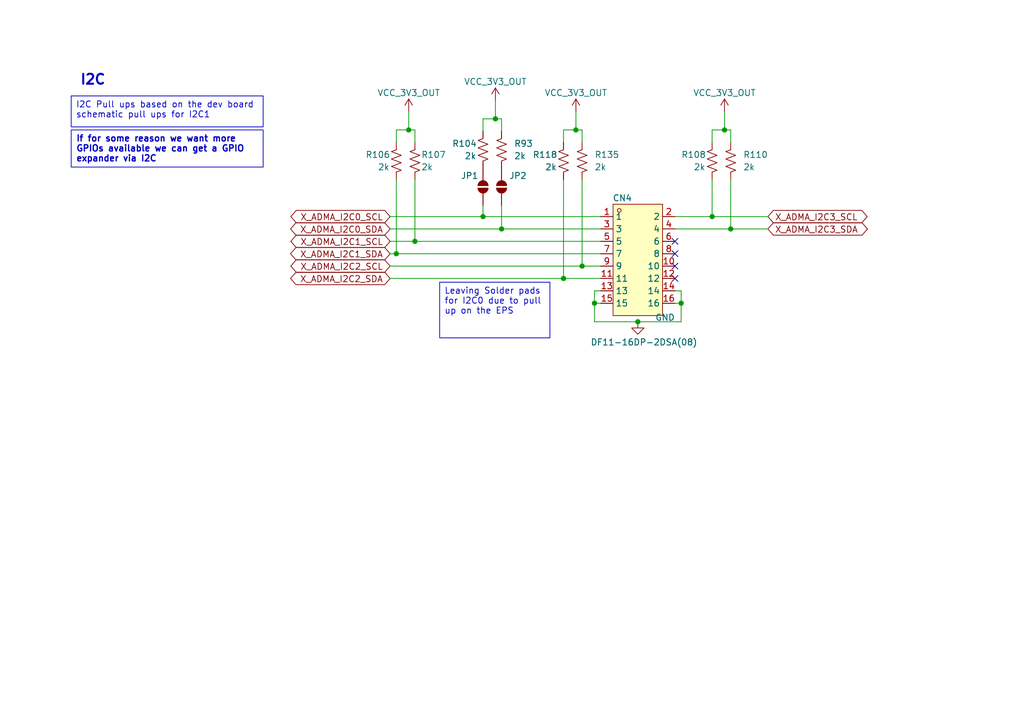
<source format=kicad_sch>
(kicad_sch (version 20250114) (generator "eeschema") (generator_version "9.0")
  (paper "A5")
  (lib_symbols
    (symbol "Device:R_US" (pin_numbers (hide yes)) (pin_names (offset 0))
      (property "Reference" "R" (at 2.54 0 90))
      (property "Value" "R_US" (at -2.54 0 90))
      (symbol "R_US_0_1"
        (polyline (pts (xy 0 2.286) (xy 0 2.54)))
        (polyline (pts (xy 0 2.286) (xy 1.016 1.905) (xy 0 1.524) (xy -1.016 1.143) (xy 0 0.762)))
        (polyline (pts (xy 0 0.762) (xy 1.016 0.381) (xy 0 0) (xy -1.016 -0.381) (xy 0 -0.762)))
        (polyline (pts (xy 0 -0.762) (xy 1.016 -1.143) (xy 0 -1.524) (xy -1.016 -1.905) (xy 0 -2.286)))
        (polyline (pts (xy 0 -2.286) (xy 0 -2.54)))
      )
      (symbol "R_US_1_1"
        (pin passive line (at 0 3.81 270) (length 1.27) (name "~") (number "1"))
        (pin passive line (at 0 -3.81 90) (length 1.27) (name "~") (number "2"))
      )
    )
    (symbol "Jumper:SolderJumper_2_Open" (pin_numbers (hide yes)) (pin_names (offset 0) (hide yes)) (exclude_from_sim yes) (in_bom no)
      (property "Reference" "JP" (at 0 2.032 0))
      (property "Value" "SolderJumper_2_Open" (at 0 -2.54 0))
      (symbol "SolderJumper_2_Open_0_1"
        (polyline (pts (xy -0.254 1.016) (xy -0.254 -1.016)))
        (arc (start -0.254 -1.016) (mid -1.2656 0) (end -0.254 1.016))
        (arc (start -0.254 -1.016) (mid -1.2656 0) (end -0.254 1.016) (fill (type outline)))
        (arc (start 0.254 1.016) (mid 1.2656 0) (end 0.254 -1.016))
        (arc (start 0.254 1.016) (mid 1.2656 0) (end 0.254 -1.016) (fill (type outline)))
        (polyline (pts (xy 0.254 1.016) (xy 0.254 -1.016)))
      )
      (symbol "SolderJumper_2_Open_1_1"
        (pin passive line (at -3.81 0 0) (length 2.54) (name "A") (number "1"))
        (pin passive line (at 3.81 0 180) (length 2.54) (name "B") (number "2"))
      )
    )
    (symbol "imx8_carrier_board_symbol_library:DF11-16DP-2DSA(08)"
      (property "Reference" "CN" (at 0 13.97 0))
      (property "Value" "DF11-16DP-2DSA(08)" (at 0 -13.97 0))
      (symbol "DF11-16DP-2DSA(08)_0_1"
        (rectangle (start -5.08 11.43) (end 5.08 -11.43) (fill (type background)))
        (circle (center -3.81 10.16) (radius 0.38))
        (pin unspecified line (at -7.62 8.89 0) (length 2.54) (name "1") (number "1"))
        (pin unspecified line (at -7.62 6.35 0) (length 2.54) (name "3") (number "3"))
        (pin unspecified line (at -7.62 3.81 0) (length 2.54) (name "5") (number "5"))
        (pin unspecified line (at -7.62 1.27 0) (length 2.54) (name "7") (number "7"))
        (pin unspecified line (at -7.62 -1.27 0) (length 2.54) (name "9") (number "9"))
        (pin unspecified line (at -7.62 -3.81 0) (length 2.54) (name "11") (number "11"))
        (pin unspecified line (at -7.62 -6.35 0) (length 2.54) (name "13") (number "13"))
        (pin unspecified line (at -7.62 -8.89 0) (length 2.54) (name "15") (number "15"))
        (pin unspecified line (at 7.62 8.89 180) (length 2.54) (name "2") (number "2"))
        (pin unspecified line (at 7.62 6.35 180) (length 2.54) (name "4") (number "4"))
        (pin unspecified line (at 7.62 3.81 180) (length 2.54) (name "6") (number "6"))
        (pin unspecified line (at 7.62 1.27 180) (length 2.54) (name "8") (number "8"))
        (pin unspecified line (at 7.62 -1.27 180) (length 2.54) (name "10") (number "10"))
        (pin unspecified line (at 7.62 -3.81 180) (length 2.54) (name "12") (number "12"))
        (pin unspecified line (at 7.62 -6.35 180) (length 2.54) (name "14") (number "14"))
        (pin unspecified line (at 7.62 -8.89 180) (length 2.54) (name "16") (number "16"))
      )
    )
    (symbol "imx8_carrier_board_symbol_library:VCC_3V3_OUT" (power) (pin_numbers (hide yes)) (pin_names (offset 0) (hide yes))
      (property "Value" "VCC_3V3_OUT" (at 0 3.556 0))
      (symbol "VCC_3V3_OUT_0_1"
        (polyline (pts (xy -0.762 1.27) (xy 0 2.54)))
        (polyline (pts (xy 0 2.54) (xy 0.762 1.27)))
        (polyline (pts (xy 0 0) (xy 0 2.54)))
      )
      (symbol "VCC_3V3_OUT_1_1"
        (pin power_in line (at 0 0 90) (length 0) (name "~") (number "1"))
      )
    )
    (symbol "power:GND" (power) (pin_numbers (hide yes)) (pin_names (offset 0) (hide yes))
      (property "Value" "GND" (at 0 -3.81 0))
      (symbol "GND_0_1"
        (polyline (pts (xy 0 0) (xy 0 -1.27) (xy 1.27 -1.27) (xy 0 -2.54) (xy -1.27 -1.27) (xy 0 -1.27)))
      )
      (symbol "GND_1_1"
        (pin power_in line (at 0 0 270) (length 0) (name "~") (number "1"))
      )
    )
  )
  (text "I2C\n" (at 19.05 16.51 0) (effects (font (size 2.032 2.032) (thickness 0.4064) (bold yes))))
  (text_box "I2C Pull ups based on the dev board schematic pull ups for I2C1" (at 14.605 19.685 0) (size 39.37 6.35) (margins 0.9525 0.9525 0.9525 0.9525) (effects (font (size 1.27 1.27)) (justify left top)))
  (text_box "Leaving Solder pads for I2C0 due to pull up on the EPS" (at 90.17 57.912 0) (size 22.606 11.43) (margins 0.9525 0.9525 0.9525 0.9525) (effects (font (size 1.27 1.27)) (justify left top)))
  (text_box "If for some reason we want more GPIOs available we can get a GPIO expander via I2C" (at 14.605 26.67 0) (size 39.37 7.62) (margins 0.9525 0.9525 0.9525 0.9525) (effects (font (size 1.27 1.27) (thickness 0.254) (bold yes)) (justify left top)))
  (junction (at 121.92 62.23))
  (junction (at 130.81 66.04))
  (junction (at 148.59 26.67))
  (junction (at 83.82 26.67))
  (junction (at 101.6 24.384))
  (junction (at 119.38 54.61))
  (junction (at 102.87 46.99))
  (junction (at 146.05 44.45))
  (junction (at 85.09 49.53))
  (junction (at 139.7 62.23))
  (junction (at 115.57 57.15))
  (junction (at 81.28 52.07))
  (junction (at 118.11 26.67))
  (junction (at 149.86 46.99))
  (junction (at 99.06 44.45))
  (no_connect (at 138.43 49.53))
  (no_connect (at 138.43 54.61))
  (no_connect (at 138.43 52.07))
  (no_connect (at 138.43 57.15))
  (wire (pts (xy 83.82 22.86) (xy 83.82 26.67)))
  (wire (pts (xy 118.11 26.67) (xy 119.38 26.67)))
  (wire (pts (xy 115.57 26.67) (xy 118.11 26.67)))
  (wire (pts (xy 148.59 26.67) (xy 149.86 26.67)))
  (wire (pts (xy 102.87 46.99) (xy 123.19 46.99)))
  (wire (pts (xy 99.06 44.45) (xy 123.19 44.45)))
  (wire (pts (xy 80.01 52.07) (xy 81.28 52.07)))
  (wire (pts (xy 146.05 36.83) (xy 146.05 44.45)))
  (wire (pts (xy 149.86 36.83) (xy 149.86 46.99)))
  (wire (pts (xy 138.43 44.45) (xy 146.05 44.45)))
  (wire (pts (xy 80.01 46.99) (xy 102.87 46.99)))
  (wire (pts (xy 80.01 49.53) (xy 85.09 49.53)))
  (wire (pts (xy 119.38 36.83) (xy 119.38 54.61)))
  (wire (pts (xy 81.28 26.67) (xy 83.82 26.67)))
  (wire (pts (xy 148.59 22.86) (xy 148.59 26.67)))
  (wire (pts (xy 102.87 26.924) (xy 102.87 24.384)))
  (wire (pts (xy 146.05 26.67) (xy 148.59 26.67)))
  (wire (pts (xy 119.38 54.61) (xy 123.19 54.61)))
  (wire (pts (xy 149.86 29.21) (xy 149.86 26.67)))
  (wire (pts (xy 99.06 42.164) (xy 99.06 44.45)))
  (wire (pts (xy 121.92 62.23) (xy 123.19 62.23)))
  (wire (pts (xy 123.19 59.69) (xy 121.92 59.69)))
  (wire (pts (xy 81.28 52.07) (xy 123.19 52.07)))
  (wire (pts (xy 139.7 62.23) (xy 139.7 66.04)))
  (wire (pts (xy 149.86 46.99) (xy 157.48 46.99)))
  (wire (pts (xy 102.87 42.164) (xy 102.87 46.99)))
  (wire (pts (xy 81.28 36.83) (xy 81.28 52.07)))
  (wire (pts (xy 146.05 44.45) (xy 157.48 44.45)))
  (wire (pts (xy 99.06 24.384) (xy 101.6 24.384)))
  (wire (pts (xy 115.57 26.67) (xy 115.57 29.21)))
  (wire (pts (xy 85.09 29.21) (xy 85.09 26.67)))
  (wire (pts (xy 101.6 20.574) (xy 101.6 24.384)))
  (wire (pts (xy 115.57 36.83) (xy 115.57 57.15)))
  (wire (pts (xy 80.01 57.15) (xy 115.57 57.15)))
  (wire (pts (xy 85.09 36.83) (xy 85.09 49.53)))
  (wire (pts (xy 138.43 62.23) (xy 139.7 62.23)))
  (wire (pts (xy 119.38 29.21) (xy 119.38 26.67)))
  (wire (pts (xy 138.43 59.69) (xy 139.7 59.69)))
  (wire (pts (xy 139.7 66.04) (xy 130.81 66.04)))
  (wire (pts (xy 80.01 54.61) (xy 119.38 54.61)))
  (wire (pts (xy 138.43 46.99) (xy 149.86 46.99)))
  (wire (pts (xy 130.81 66.04) (xy 121.92 66.04)))
  (wire (pts (xy 139.7 59.69) (xy 139.7 62.23)))
  (wire (pts (xy 115.57 57.15) (xy 123.19 57.15)))
  (wire (pts (xy 85.09 49.53) (xy 123.19 49.53)))
  (wire (pts (xy 118.11 22.86) (xy 118.11 26.67)))
  (wire (pts (xy 121.92 59.69) (xy 121.92 62.23)))
  (wire (pts (xy 146.05 26.67) (xy 146.05 29.21)))
  (wire (pts (xy 99.06 24.384) (xy 99.06 26.924)))
  (wire (pts (xy 83.82 26.67) (xy 85.09 26.67)))
  (wire (pts (xy 121.92 62.23) (xy 121.92 66.04)))
  (wire (pts (xy 80.01 44.45) (xy 99.06 44.45)))
  (wire (pts (xy 81.28 26.67) (xy 81.28 29.21)))
  (wire (pts (xy 101.6 24.384) (xy 102.87 24.384)))
  (global_label "X_ADMA_I2C2_SDA" (shape bidirectional) (at 80.01 57.15 180) (property "Intersheetrefs" "${INTERSHEET_REFS}" (effects (hide yes))))
  (global_label "X_ADMA_I2C1_SDA" (shape bidirectional) (at 80.01 52.07 180) (property "Intersheetrefs" "${INTERSHEET_REFS}" (effects (hide yes))))
  (global_label "X_ADMA_I2C2_SCL" (shape bidirectional) (at 80.01 54.61 180) (property "Intersheetrefs" "${INTERSHEET_REFS}" (effects (hide yes))))
  (global_label "X_ADMA_I2C0_SCL" (shape bidirectional) (at 80.01 44.45 180) (property "Intersheetrefs" "${INTERSHEET_REFS}" (effects (hide yes))))
  (global_label "X_ADMA_I2C3_SDA" (shape bidirectional) (at 157.48 46.99 0) (property "Intersheetrefs" "${INTERSHEET_REFS}" (effects (hide yes))))
  (global_label "X_ADMA_I2C3_SCL" (shape bidirectional) (at 157.48 44.45 0) (property "Intersheetrefs" "${INTERSHEET_REFS}" (effects (hide yes))))
  (global_label "X_ADMA_I2C0_SDA" (shape bidirectional) (at 80.01 46.99 180) (property "Intersheetrefs" "${INTERSHEET_REFS}" (effects (hide yes))))
  (global_label "X_ADMA_I2C1_SCL" (shape bidirectional) (at 80.01 49.53 180) (property "Intersheetrefs" "${INTERSHEET_REFS}" (effects (hide yes))))
  (symbol (lib_id "power:GND") (at 130.81 66.04 0) (unit 1)
    (property "Reference" "#PWR6" (effects (hide yes)))
    (property "Value" "GND" (at 136.398 65.151 0))
    (property "Description" "Power symbol creates a global label with name \"GND\" , ground" (effects (hide yes)))
    (instances (project "" (path "" (reference "#PWR6") (unit 1)) (path "" (reference "#PWR05") (unit 1))))
  )
  (symbol (lib_id "Device:R_US") (at 102.87 30.734 0) (mirror y) (unit 1)
    (property "Reference" "R93" (at 105.41 29.4639 0) (effects (justify right)))
    (property "Value" "2k" (at 105.41 32.0039 0) (effects (justify right)))
    (property "Footprint" "Resistor_SMD:R_0402_1005Metric" (effects (hide yes)))
    (property "Description" "Resistor, US symbol" (effects (hide yes)))
  )
  (symbol (lib_id "Device:R_US") (at 146.05 33.02 0) (mirror y) (unit 1)
    (property "Reference" "R108" (at 139.7 31.75 0) (effects (justify right)))
    (property "Value" "2k" (at 142.24 34.29 0) (effects (justify right)))
    (property "Footprint" "Resistor_SMD:R_0402_1005Metric" (effects (hide yes)))
    (property "Description" "Resistor, US symbol" (effects (hide yes)))
  )
  (symbol (lib_id "Jumper:SolderJumper_2_Open") (at 99.06 38.354 90) (unit 1) (in_bom no)
    (property "Reference" "JP1" (at 94.488 36.068 90) (effects (justify right)))
    (property "Value" "SolderJumper_2_Open" (effects (hide yes)))
    (property "Footprint" "Jumper:SolderJumper-2_P1.3mm_Open_RoundedPad1.0x1.5mm" (effects (hide yes)))
    (property "Description" "Solder Jumper, 2-pole, open" (effects (hide yes)))
  )
  (symbol (lib_id "Device:R_US") (at 85.09 33.02 0) (mirror y) (unit 1)
    (property "Reference" "R107" (at 86.36 31.75 0) (effects (justify right)))
    (property "Value" "2k" (at 86.36 34.29 0) (effects (justify right)))
    (property "Footprint" "Resistor_SMD:R_0402_1005Metric" (effects (hide yes)))
    (property "Description" "Resistor, US symbol" (effects (hide yes)))
  )
  (symbol (lib_id "Jumper:SolderJumper_2_Open") (at 102.87 38.354 90) (unit 1) (in_bom no)
    (property "Reference" "JP2" (at 104.394 36.068 90) (effects (justify right)))
    (property "Value" "SolderJumper_2_Open" (effects (hide yes)))
    (property "Footprint" "Jumper:SolderJumper-2_P1.3mm_Open_RoundedPad1.0x1.5mm" (effects (hide yes)))
    (property "Description" "Solder Jumper, 2-pole, open" (effects (hide yes)))
  )
  (symbol (lib_id "imx8_carrier_board_symbol_library:VCC_3V3_OUT") (at 148.59 22.86 0) (unit 1)
    (property "Reference" "#PWR0106" (effects (hide yes)))
    (property "Value" "VCC_3V3_OUT" (at 148.59 19.05 0))
    (property "Description" "Power symbol creates a global label with name \"VCC\"" (effects (hide yes)))
  )
  (symbol (lib_id "Device:R_US") (at 119.38 33.02 0) (mirror y) (unit 1)
    (property "Reference" "R135" (at 121.92 31.7499 0) (effects (justify right)))
    (property "Value" "2k" (at 121.92 34.2899 0) (effects (justify right)))
    (property "Footprint" "Resistor_SMD:R_0402_1005Metric" (effects (hide yes)))
    (property "Description" "Resistor, US symbol" (effects (hide yes)))
  )
  (symbol (lib_id "Device:R_US") (at 115.57 33.02 0) (mirror y) (unit 1)
    (property "Reference" "R118" (at 109.22 31.75 0) (effects (justify right)))
    (property "Value" "2k" (at 111.76 34.29 0) (effects (justify right)))
    (property "Footprint" "Resistor_SMD:R_0402_1005Metric" (effects (hide yes)))
    (property "Description" "Resistor, US symbol" (effects (hide yes)))
  )
  (symbol (lib_id "imx8_carrier_board_symbol_library:VCC_3V3_OUT") (at 118.11 22.86 0) (unit 1)
    (property "Reference" "#PWR0157" (effects (hide yes)))
    (property "Value" "VCC_3V3_OUT" (at 118.11 19.05 0))
    (property "Description" "Power symbol creates a global label with name \"VCC\"" (effects (hide yes)))
  )
  (symbol (lib_id "imx8_carrier_board_symbol_library:VCC_3V3_OUT") (at 101.6 20.574 0) (unit 1)
    (property "Reference" "#PWR0105" (effects (hide yes)))
    (property "Value" "VCC_3V3_OUT" (at 101.6 16.764 0))
    (property "Description" "Power symbol creates a global label with name \"VCC\"" (effects (hide yes)))
  )
  (symbol (lib_id "imx8_carrier_board_symbol_library:VCC_3V3_OUT") (at 83.82 22.86 0) (unit 1)
    (property "Reference" "#PWR0104" (effects (hide yes)))
    (property "Value" "VCC_3V3_OUT" (at 83.82 19.05 0))
    (property "Description" "Power symbol creates a global label with name \"VCC\"" (effects (hide yes)))
  )
  (symbol (lib_id "Device:R_US") (at 81.28 33.02 0) (mirror y) (unit 1)
    (property "Reference" "R106" (at 74.93 31.75 0) (effects (justify right)))
    (property "Value" "2k" (at 77.47 34.29 0) (effects (justify right)))
    (property "Footprint" "Resistor_SMD:R_0402_1005Metric" (effects (hide yes)))
    (property "Description" "Resistor, US symbol" (effects (hide yes)))
  )
  (symbol (lib_id "Device:R_US") (at 149.86 33.02 0) (mirror y) (unit 1)
    (property "Reference" "R110" (at 152.4 31.7499 0) (effects (justify right)))
    (property "Value" "2k" (at 152.4 34.2899 0) (effects (justify right)))
    (property "Footprint" "Resistor_SMD:R_0402_1005Metric" (effects (hide yes)))
    (property "Description" "Resistor, US symbol" (effects (hide yes)))
  )
  (symbol (lib_id "Device:R_US") (at 99.06 30.734 0) (mirror y) (unit 1)
    (property "Reference" "R104" (at 92.71 29.464 0) (effects (justify right)))
    (property "Value" "2k" (at 95.25 32.004 0) (effects (justify right)))
    (property "Footprint" "Resistor_SMD:R_0402_1005Metric" (effects (hide yes)))
    (property "Description" "Resistor, US symbol" (effects (hide yes)))
  )
  (symbol (lib_id "imx8_carrier_board_symbol_library:DF11-16DP-2DSA(08)") (at 130.81 53.34 0) (unit 1)
    (property "Reference" "CN4" (at 127.635 40.64 0))
    (property "Value" "DF11-16DP-2DSA(08)" (at 132.08 70.231 0))
    (property "Footprint" "imx8_carrier_board_footprints:CONN-TH_DF11-16DP-2DSA-08" (effects (hide yes)))
    (property "Datasheet" "https://lcsc.com/product-detail/Wire-To-Board-Wire-To-Wire-Connector_HRS-Hirose-HRS-DF11-16DP-2DSA-08_C530981.html" (effects (hide yes)))
    (property "Description" "DF11 Connector" (effects (hide yes)))
    (property "LCSC Part" "C530981" (effects (hide yes)))
  )
)
</source>
